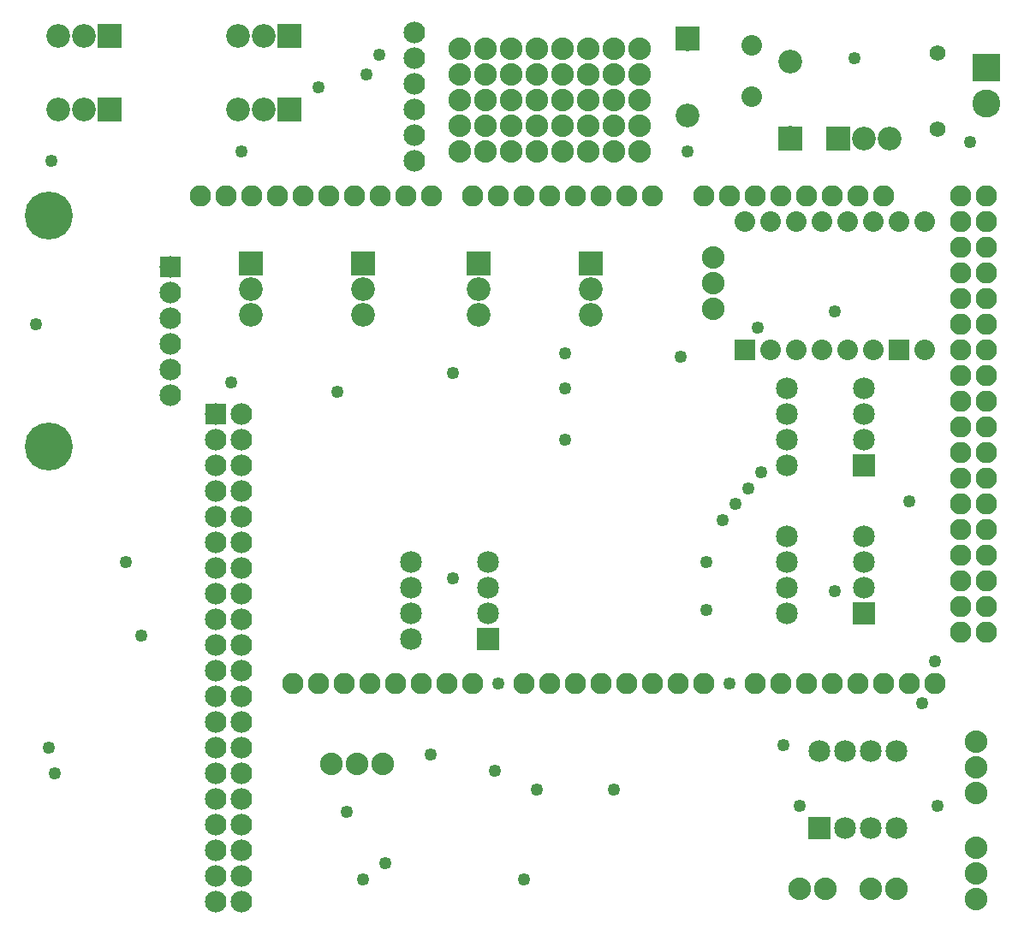
<source format=gbs>
G04 MADE WITH FRITZING*
G04 WWW.FRITZING.ORG*
G04 DOUBLE SIDED*
G04 HOLES PLATED*
G04 CONTOUR ON CENTER OF CONTOUR VECTOR*
%ASAXBY*%
%FSLAX23Y23*%
%MOIN*%
%OFA0B0*%
%SFA1.0B1.0*%
%ADD10C,0.080000*%
%ADD11C,0.049370*%
%ADD12C,0.084000*%
%ADD13C,0.085000*%
%ADD14C,0.187165*%
%ADD15C,0.088000*%
%ADD16C,0.082917*%
%ADD17C,0.092000*%
%ADD18C,0.061496*%
%ADD19C,0.109055*%
%ADD20R,0.085000X0.085000*%
%ADD21R,0.084000X0.084000*%
%ADD22R,0.080000X0.080000*%
%ADD23R,0.092000X0.092000*%
%ADD24R,0.109055X0.109055*%
%LNMASK0*%
G90*
G70*
G54D10*
X2869Y3638D03*
X2869Y3438D03*
G54D11*
X157Y801D03*
X132Y901D03*
X1444Y451D03*
X1869Y813D03*
X2332Y738D03*
X1619Y876D03*
X1294Y651D03*
G54D12*
X1557Y3688D03*
X1557Y3588D03*
X1557Y3488D03*
X1557Y3388D03*
X1557Y3288D03*
X1557Y3188D03*
X1557Y3688D03*
X1557Y3588D03*
X1557Y3488D03*
X1557Y3388D03*
X1557Y3288D03*
X1557Y3188D03*
G54D13*
X1844Y1326D03*
X1544Y1326D03*
X1844Y1426D03*
X1544Y1426D03*
X1844Y1526D03*
X1544Y1526D03*
X1844Y1626D03*
X1544Y1626D03*
G54D11*
X432Y1626D03*
X3057Y676D03*
X3582Y1238D03*
G54D13*
X3307Y1426D03*
X3007Y1426D03*
X3307Y1526D03*
X3007Y1526D03*
X3307Y1626D03*
X3007Y1626D03*
X3307Y1726D03*
X3007Y1726D03*
X3307Y2001D03*
X3007Y2001D03*
X3307Y2101D03*
X3007Y2101D03*
X3307Y2201D03*
X3007Y2201D03*
X3307Y2301D03*
X3007Y2301D03*
G54D11*
X2619Y3226D03*
X1707Y2363D03*
X2144Y2438D03*
X1257Y2288D03*
X2807Y1851D03*
X2757Y1788D03*
X2857Y1913D03*
X2907Y1976D03*
X882Y3226D03*
X1369Y3526D03*
X1419Y3601D03*
X3594Y676D03*
X3532Y1076D03*
X2594Y2426D03*
X1357Y388D03*
G54D14*
X132Y2076D03*
X132Y2976D03*
G54D11*
X1982Y388D03*
X3194Y1513D03*
X1182Y3476D03*
X1882Y1151D03*
X144Y3188D03*
X2994Y913D03*
X494Y1338D03*
X2782Y1151D03*
X1707Y1563D03*
X3719Y3263D03*
X3194Y2601D03*
G54D12*
X607Y2776D03*
X607Y2676D03*
X607Y2576D03*
X607Y2476D03*
X607Y2376D03*
X607Y2276D03*
G54D11*
X2144Y2301D03*
X2144Y2101D03*
X3482Y1863D03*
X844Y2326D03*
G54D10*
X3544Y2951D03*
X3544Y2451D03*
X3444Y2951D03*
X3444Y2451D03*
X3344Y2951D03*
X3344Y2451D03*
X3244Y2951D03*
X3244Y2451D03*
X3144Y2951D03*
X3144Y2451D03*
X3044Y2951D03*
X3044Y2451D03*
X2944Y2951D03*
X2944Y2451D03*
X2844Y2951D03*
X2844Y2451D03*
G54D11*
X3269Y3588D03*
X2032Y738D03*
G54D15*
X1732Y3226D03*
X1732Y3326D03*
X1732Y3426D03*
X1732Y3526D03*
X1732Y3626D03*
X2432Y3226D03*
X2432Y3326D03*
X2432Y3426D03*
X2432Y3526D03*
X2432Y3626D03*
X2232Y3626D03*
X2232Y3526D03*
X2232Y3426D03*
X2032Y3426D03*
X2032Y3626D03*
X2032Y3526D03*
X2032Y3226D03*
X2032Y3326D03*
X1832Y3526D03*
X1832Y3626D03*
X2332Y3226D03*
X1932Y3626D03*
X1932Y3426D03*
X1932Y3226D03*
X1932Y3326D03*
X2332Y3626D03*
X2332Y3526D03*
X2332Y3426D03*
X1832Y3226D03*
X1832Y3326D03*
X2132Y3426D03*
X1932Y3526D03*
X2132Y3226D03*
X2132Y3326D03*
X1432Y838D03*
X1332Y838D03*
X1232Y838D03*
X2132Y3626D03*
X2132Y3526D03*
X2332Y3326D03*
X1832Y3426D03*
X2232Y3226D03*
X2232Y3326D03*
G54D11*
X2894Y2538D03*
X82Y2551D03*
G54D13*
X3132Y588D03*
X3132Y888D03*
X3232Y588D03*
X3232Y888D03*
X3332Y588D03*
X3332Y888D03*
X3432Y588D03*
X3432Y888D03*
G54D12*
X882Y2201D03*
X882Y2101D03*
X882Y2001D03*
X882Y1901D03*
X882Y1801D03*
X882Y1701D03*
X882Y1601D03*
X882Y1501D03*
X882Y1401D03*
X882Y1301D03*
X882Y1201D03*
X882Y1101D03*
X882Y1001D03*
X882Y901D03*
X882Y801D03*
X882Y701D03*
X882Y601D03*
X882Y501D03*
X882Y401D03*
X882Y301D03*
X782Y2201D03*
X782Y2101D03*
X782Y2001D03*
X782Y1901D03*
X782Y1801D03*
X782Y1701D03*
X782Y1601D03*
X782Y1501D03*
X782Y1401D03*
X782Y1301D03*
X782Y1201D03*
X782Y1101D03*
X782Y1001D03*
X782Y901D03*
X782Y801D03*
X782Y701D03*
X782Y601D03*
X782Y501D03*
X782Y401D03*
X782Y301D03*
G54D16*
X2982Y1151D03*
X1382Y1151D03*
X3082Y1151D03*
X3182Y1151D03*
X3282Y1151D03*
X3382Y1151D03*
X3682Y2551D03*
X3482Y1151D03*
X3582Y1151D03*
X1422Y3051D03*
X1982Y1151D03*
X2082Y1151D03*
X2182Y1151D03*
X2282Y1151D03*
X3682Y1751D03*
X2382Y1151D03*
X2482Y1151D03*
X2582Y1151D03*
X2682Y1151D03*
X2182Y3051D03*
X3682Y2951D03*
X3682Y2151D03*
X3682Y1351D03*
X1022Y3051D03*
X1782Y1151D03*
X1782Y3051D03*
X3682Y2751D03*
X3682Y2351D03*
X3682Y1951D03*
X3382Y3051D03*
X3682Y1551D03*
X3282Y3051D03*
X3182Y3051D03*
X3082Y3051D03*
X2982Y3051D03*
X2882Y3051D03*
X2782Y3051D03*
X2682Y3051D03*
X822Y3051D03*
X1222Y3051D03*
X1622Y3051D03*
X1182Y1151D03*
X1582Y1151D03*
X2382Y3051D03*
X1982Y3051D03*
X3682Y3051D03*
X3682Y2851D03*
X3682Y2651D03*
X3682Y2451D03*
X3682Y2251D03*
X3682Y2051D03*
X3682Y1851D03*
X3682Y1651D03*
X3682Y1451D03*
X722Y3051D03*
X922Y3051D03*
X1122Y3051D03*
X1322Y3051D03*
X1522Y3051D03*
X1082Y1151D03*
X1282Y1151D03*
X1482Y1151D03*
X1682Y1151D03*
X2482Y3051D03*
X2282Y3051D03*
X2082Y3051D03*
X1882Y3051D03*
X3782Y3051D03*
X3782Y2951D03*
X3782Y2851D03*
X3782Y2751D03*
X3782Y2651D03*
X3782Y2551D03*
X3782Y2451D03*
X3782Y2351D03*
X3782Y2251D03*
X3782Y2151D03*
X3782Y2051D03*
X3782Y1951D03*
X3782Y1851D03*
X3782Y1751D03*
X3782Y1651D03*
X3782Y1551D03*
X3782Y1451D03*
X3782Y1351D03*
X2882Y1151D03*
G54D17*
X1357Y2788D03*
X1357Y2688D03*
X1357Y2588D03*
X2244Y2788D03*
X2244Y2688D03*
X2244Y2588D03*
X1807Y2788D03*
X1807Y2688D03*
X1807Y2588D03*
X919Y2788D03*
X919Y2688D03*
X919Y2588D03*
G54D15*
X3744Y313D03*
X3744Y413D03*
X3744Y513D03*
X3744Y926D03*
X3744Y826D03*
X3744Y726D03*
X2719Y2813D03*
X2719Y2713D03*
X2719Y2613D03*
X3057Y351D03*
X3157Y351D03*
X3432Y351D03*
X3332Y351D03*
G54D17*
X3207Y3276D03*
X3307Y3276D03*
X3407Y3276D03*
X2619Y3663D03*
X2619Y3365D03*
X3019Y3278D03*
X3019Y3576D03*
G54D18*
X3594Y3313D03*
X3594Y3608D03*
G54D17*
X369Y3388D03*
X269Y3388D03*
X169Y3388D03*
X1069Y3676D03*
X969Y3676D03*
X869Y3676D03*
X369Y3676D03*
X269Y3676D03*
X169Y3676D03*
X1069Y3388D03*
X969Y3388D03*
X869Y3388D03*
G54D19*
X3782Y3551D03*
X3782Y3413D03*
G54D11*
X2694Y1438D03*
X2694Y1626D03*
G54D20*
X1844Y1326D03*
X3307Y1426D03*
X3307Y2001D03*
G54D21*
X607Y2776D03*
G54D22*
X2844Y2451D03*
X3444Y2451D03*
G54D20*
X3132Y588D03*
G54D21*
X782Y2201D03*
G54D23*
X1357Y2788D03*
X2244Y2788D03*
X1807Y2788D03*
X919Y2788D03*
X3207Y3276D03*
X2619Y3664D03*
X3019Y3277D03*
X369Y3388D03*
X1069Y3676D03*
X369Y3676D03*
X1069Y3388D03*
G54D24*
X3782Y3551D03*
G04 End of Mask0*
M02*
</source>
